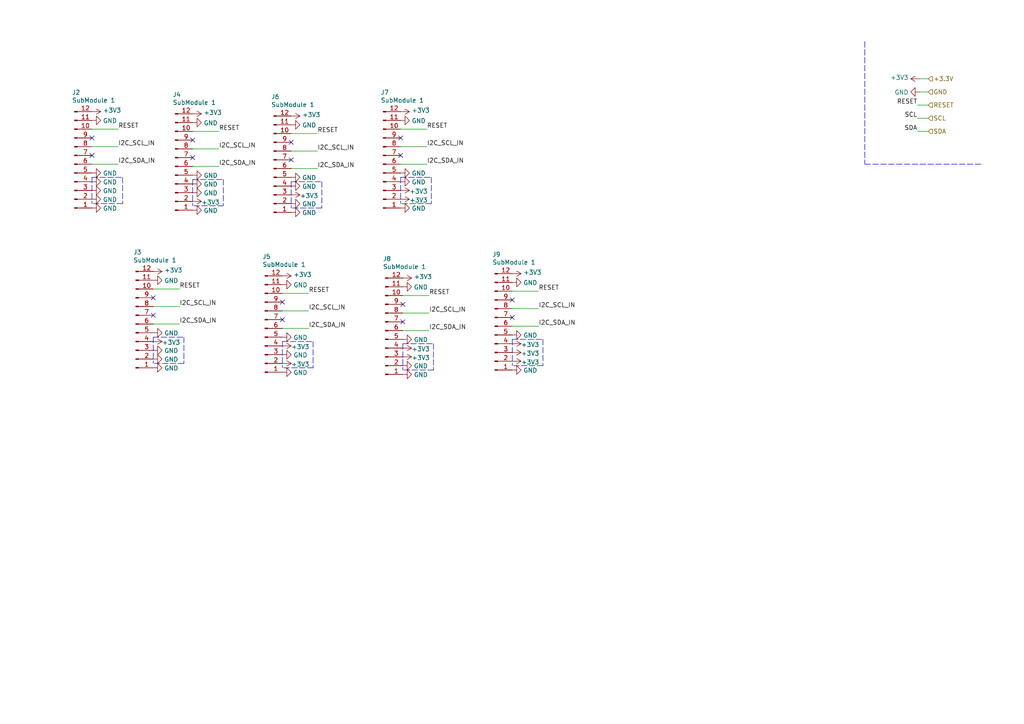
<source format=kicad_sch>
(kicad_sch (version 20210126) (generator eeschema)
  (paper "A4")
  (lib_symbols
    (symbol "Connector:Conn_01x12_Male" (pin_names (offset 1.016) hide)
      (property "Reference" "J" (at 0 15.24 0))
      (property "Value" "Conn_01x12_Male" (at 0 -17.78 0))
      (symbol "Conn_01x12_Male_1_1"
        (rectangle (start 0.8636 -15.113) (end 0 -15.367) (stroke (width 0.1524)) (fill (type outline)))
        (rectangle (start 0.8636 -12.573) (end 0 -12.827) (stroke (width 0.1524)) (fill (type outline)))
        (rectangle (start 0.8636 -10.033) (end 0 -10.287) (stroke (width 0.1524)) (fill (type outline)))
        (rectangle (start 0.8636 -7.493) (end 0 -7.747) (stroke (width 0.1524)) (fill (type outline)))
        (rectangle (start 0.8636 -4.953) (end 0 -5.207) (stroke (width 0.1524)) (fill (type outline)))
        (rectangle (start 0.8636 -2.413) (end 0 -2.667) (stroke (width 0.1524)) (fill (type outline)))
        (rectangle (start 0.8636 0.127) (end 0 -0.127) (stroke (width 0.1524)) (fill (type outline)))
        (rectangle (start 0.8636 2.667) (end 0 2.413) (stroke (width 0.1524)) (fill (type outline)))
        (rectangle (start 0.8636 5.207) (end 0 4.953) (stroke (width 0.1524)) (fill (type outline)))
        (rectangle (start 0.8636 7.747) (end 0 7.493) (stroke (width 0.1524)) (fill (type outline)))
        (rectangle (start 0.8636 10.287) (end 0 10.033) (stroke (width 0.1524)) (fill (type outline)))
        (rectangle (start 0.8636 12.827) (end 0 12.573) (stroke (width 0.1524)) (fill (type outline)))
        (polyline (pts (xy 1.27 -15.24) (xy 0.8636 -15.24)) (stroke (width 0.1524)))
        (polyline (pts (xy 1.27 -12.7) (xy 0.8636 -12.7)) (stroke (width 0.1524)))
        (polyline (pts (xy 1.27 -10.16) (xy 0.8636 -10.16)) (stroke (width 0.1524)))
        (polyline (pts (xy 1.27 -7.62) (xy 0.8636 -7.62)) (stroke (width 0.1524)))
        (polyline (pts (xy 1.27 -5.08) (xy 0.8636 -5.08)) (stroke (width 0.1524)))
        (polyline (pts (xy 1.27 -2.54) (xy 0.8636 -2.54)) (stroke (width 0.1524)))
        (polyline (pts (xy 1.27 0) (xy 0.8636 0)) (stroke (width 0.1524)))
        (polyline (pts (xy 1.27 2.54) (xy 0.8636 2.54)) (stroke (width 0.1524)))
        (polyline (pts (xy 1.27 5.08) (xy 0.8636 5.08)) (stroke (width 0.1524)))
        (polyline (pts (xy 1.27 7.62) (xy 0.8636 7.62)) (stroke (width 0.1524)))
        (polyline (pts (xy 1.27 10.16) (xy 0.8636 10.16)) (stroke (width 0.1524)))
        (polyline (pts (xy 1.27 12.7) (xy 0.8636 12.7)) (stroke (width 0.1524)))
        (pin passive line (at 5.08 12.7 180) (length 3.81) (name "Pin_1") (number "1"))
        (pin passive line (at 5.08 -10.16 180) (length 3.81) (name "Pin_10") (number "10"))
        (pin passive line (at 5.08 -12.7 180) (length 3.81) (name "Pin_11") (number "11"))
        (pin passive line (at 5.08 -15.24 180) (length 3.81) (name "Pin_12") (number "12"))
        (pin passive line (at 5.08 10.16 180) (length 3.81) (name "Pin_2") (number "2"))
        (pin passive line (at 5.08 7.62 180) (length 3.81) (name "Pin_3") (number "3"))
        (pin passive line (at 5.08 5.08 180) (length 3.81) (name "Pin_4") (number "4"))
        (pin passive line (at 5.08 2.54 180) (length 3.81) (name "Pin_5") (number "5"))
        (pin passive line (at 5.08 0 180) (length 3.81) (name "Pin_6") (number "6"))
        (pin passive line (at 5.08 -2.54 180) (length 3.81) (name "Pin_7") (number "7"))
        (pin passive line (at 5.08 -5.08 180) (length 3.81) (name "Pin_8") (number "8"))
        (pin passive line (at 5.08 -7.62 180) (length 3.81) (name "Pin_9") (number "9"))
      )
    )
    (symbol "power:+3.3V" (power) (pin_names (offset 0))
      (property "Value" "+3.3V" (at 0 3.556 0))
      (symbol "+3.3V_0_1"
        (polyline (pts (xy -0.762 1.27) (xy 0 2.54)))
        (polyline (pts (xy 0 0) (xy 0 2.54)))
        (polyline (pts (xy 0 2.54) (xy 0.762 1.27)))
      )
      (symbol "+3.3V_1_1"
        (pin power_in line (at 0 0 90) (length 0) hide (name "+3V3") (number "1"))
      )
    )
    (symbol "power:GND" (power) (pin_names (offset 0))
      (property "Value" "GND" (at 0 -3.81 0))
      (symbol "GND_0_1"
        (polyline (pts (xy 0 0) (xy 0 -1.27) (xy 1.27 -1.27) (xy 0 -2.54) (xy -1.27 -1.27) (xy 0 -1.27)))
      )
      (symbol "GND_1_1"
        (pin power_in line (at 0 0 270) (length 0) hide (name "GND") (number "1"))
      )
    )
  )
  (no_connect (at 26.67 40.005))
  (no_connect (at 26.67 45.085))
  (no_connect (at 44.45 86.36))
  (no_connect (at 44.45 91.44))
  (no_connect (at 55.88 40.64))
  (no_connect (at 55.88 45.72))
  (no_connect (at 81.915 87.63))
  (no_connect (at 81.915 92.71))
  (no_connect (at 84.455 41.275))
  (no_connect (at 84.455 46.355))
  (no_connect (at 116.205 40.005))
  (no_connect (at 116.205 45.085))
  (no_connect (at 116.84 88.265))
  (no_connect (at 116.84 93.345))
  (no_connect (at 148.59 86.995))
  (no_connect (at 148.59 92.075))
  (wire (pts (xy 34.29 37.465) (xy 26.67 37.465)))
  (wire (pts (xy 34.29 42.545) (xy 26.67 42.545)))
  (wire (pts (xy 34.29 47.625) (xy 26.67 47.625)))
  (wire (pts (xy 52.07 83.82) (xy 44.45 83.82)))
  (wire (pts (xy 52.07 88.9) (xy 44.45 88.9)))
  (wire (pts (xy 52.07 93.98) (xy 44.45 93.98)))
  (wire (pts (xy 63.5 38.1) (xy 55.88 38.1)))
  (wire (pts (xy 63.5 43.18) (xy 55.88 43.18)))
  (wire (pts (xy 63.5 48.26) (xy 55.88 48.26)))
  (wire (pts (xy 89.535 85.09) (xy 81.915 85.09)))
  (wire (pts (xy 89.535 90.17) (xy 81.915 90.17)))
  (wire (pts (xy 89.535 95.25) (xy 81.915 95.25)))
  (wire (pts (xy 92.075 38.735) (xy 84.455 38.735)))
  (wire (pts (xy 92.075 43.815) (xy 84.455 43.815)))
  (wire (pts (xy 92.075 48.895) (xy 84.455 48.895)))
  (wire (pts (xy 123.825 37.465) (xy 116.205 37.465)))
  (wire (pts (xy 123.825 42.545) (xy 116.205 42.545)))
  (wire (pts (xy 123.825 47.625) (xy 116.205 47.625)))
  (wire (pts (xy 124.46 85.725) (xy 116.84 85.725)))
  (wire (pts (xy 124.46 90.805) (xy 116.84 90.805)))
  (wire (pts (xy 124.46 95.885) (xy 116.84 95.885)))
  (wire (pts (xy 156.21 84.455) (xy 148.59 84.455)))
  (wire (pts (xy 156.21 89.535) (xy 148.59 89.535)))
  (wire (pts (xy 156.21 94.615) (xy 148.59 94.615)))
  (wire (pts (xy 269.24 22.86) (xy 266.7 22.86)))
  (wire (pts (xy 269.24 26.67) (xy 266.7 26.67)))
  (wire (pts (xy 269.24 30.48) (xy 266.065 30.48)))
  (wire (pts (xy 269.24 34.29) (xy 266.065 34.29)))
  (wire (pts (xy 269.24 38.1) (xy 266.065 38.1)))
  (polyline (pts (xy 26.67 51.435) (xy 26.67 59.055)) (stroke (width 0) (type dash)))
  (polyline (pts (xy 26.67 51.435) (xy 35.56 51.435)) (stroke (width 0) (type dash)))
  (polyline (pts (xy 35.56 51.435) (xy 35.56 59.055)) (stroke (width 0) (type dash)))
  (polyline (pts (xy 35.56 59.055) (xy 26.67 59.055)) (stroke (width 0) (type dash)))
  (polyline (pts (xy 44.45 97.79) (xy 44.45 105.41)) (stroke (width 0) (type dash)))
  (polyline (pts (xy 44.45 97.79) (xy 53.34 97.79)) (stroke (width 0) (type dash)))
  (polyline (pts (xy 53.34 97.79) (xy 53.34 105.41)) (stroke (width 0) (type dash)))
  (polyline (pts (xy 53.34 105.41) (xy 44.45 105.41)) (stroke (width 0) (type dash)))
  (polyline (pts (xy 55.88 52.07) (xy 55.88 59.69)) (stroke (width 0) (type dash)))
  (polyline (pts (xy 55.88 52.07) (xy 64.77 52.07)) (stroke (width 0) (type dash)))
  (polyline (pts (xy 64.77 52.07) (xy 64.77 59.69)) (stroke (width 0) (type dash)))
  (polyline (pts (xy 64.77 59.69) (xy 55.88 59.69)) (stroke (width 0) (type dash)))
  (polyline (pts (xy 81.915 99.06) (xy 81.915 106.68)) (stroke (width 0) (type dash)))
  (polyline (pts (xy 81.915 99.06) (xy 90.805 99.06)) (stroke (width 0) (type dash)))
  (polyline (pts (xy 84.455 52.705) (xy 84.455 60.325)) (stroke (width 0) (type dash)))
  (polyline (pts (xy 84.455 52.705) (xy 93.345 52.705)) (stroke (width 0) (type dash)))
  (polyline (pts (xy 90.805 99.06) (xy 90.805 106.68)) (stroke (width 0) (type dash)))
  (polyline (pts (xy 90.805 106.68) (xy 81.915 106.68)) (stroke (width 0) (type dash)))
  (polyline (pts (xy 93.345 52.705) (xy 93.345 60.325)) (stroke (width 0) (type dash)))
  (polyline (pts (xy 93.345 60.325) (xy 84.455 60.325)) (stroke (width 0) (type dash)))
  (polyline (pts (xy 116.205 51.435) (xy 116.205 59.055)) (stroke (width 0) (type dash)))
  (polyline (pts (xy 116.205 51.435) (xy 125.095 51.435)) (stroke (width 0) (type dash)))
  (polyline (pts (xy 116.84 99.695) (xy 116.84 107.315)) (stroke (width 0) (type dash)))
  (polyline (pts (xy 116.84 99.695) (xy 125.73 99.695)) (stroke (width 0) (type dash)))
  (polyline (pts (xy 125.095 51.435) (xy 125.095 59.055)) (stroke (width 0) (type dash)))
  (polyline (pts (xy 125.095 59.055) (xy 116.205 59.055)) (stroke (width 0) (type dash)))
  (polyline (pts (xy 125.73 99.695) (xy 125.73 107.315)) (stroke (width 0) (type dash)))
  (polyline (pts (xy 125.73 107.315) (xy 116.84 107.315)) (stroke (width 0) (type dash)))
  (polyline (pts (xy 148.59 98.425) (xy 148.59 106.045)) (stroke (width 0) (type dash)))
  (polyline (pts (xy 148.59 98.425) (xy 157.48 98.425)) (stroke (width 0) (type dash)))
  (polyline (pts (xy 157.48 98.425) (xy 157.48 106.045)) (stroke (width 0) (type dash)))
  (polyline (pts (xy 157.48 106.045) (xy 148.59 106.045)) (stroke (width 0) (type dash)))
  (polyline (pts (xy 250.825 12.065) (xy 250.825 47.625)) (stroke (width 0) (type dash)))
  (polyline (pts (xy 250.825 47.625) (xy 285.115 47.625)) (stroke (width 0) (type dash)))
  (label "RESET" (at 34.29 37.465 0))
  (label "I2C_SCL_IN" (at 34.29 42.545 0))
  (label "I2C_SDA_IN" (at 34.29 47.625 0))
  (label "RESET" (at 52.07 83.82 0))
  (label "I2C_SCL_IN" (at 52.07 88.9 0))
  (label "I2C_SDA_IN" (at 52.07 93.98 0))
  (label "RESET" (at 63.5 38.1 0))
  (label "I2C_SCL_IN" (at 63.5 43.18 0))
  (label "I2C_SDA_IN" (at 63.5 48.26 0))
  (label "RESET" (at 89.535 85.09 0))
  (label "I2C_SCL_IN" (at 89.535 90.17 0))
  (label "I2C_SDA_IN" (at 89.535 95.25 0))
  (label "RESET" (at 92.075 38.735 0))
  (label "I2C_SCL_IN" (at 92.075 43.815 0))
  (label "I2C_SDA_IN" (at 92.075 48.895 0))
  (label "RESET" (at 123.825 37.465 0))
  (label "I2C_SCL_IN" (at 123.825 42.545 0))
  (label "I2C_SDA_IN" (at 123.825 47.625 0))
  (label "RESET" (at 124.46 85.725 0))
  (label "I2C_SCL_IN" (at 124.46 90.805 0))
  (label "I2C_SDA_IN" (at 124.46 95.885 0))
  (label "RESET" (at 156.21 84.455 0))
  (label "I2C_SCL_IN" (at 156.21 89.535 0))
  (label "I2C_SDA_IN" (at 156.21 94.615 0))
  (label "RESET" (at 266.065 30.48 180))
  (label "SCL" (at 266.065 34.29 180))
  (label "SDA" (at 266.065 38.1 180))
  (hierarchical_label "+3.3V" (shape input) (at 269.24 22.86 0))
  (hierarchical_label "GND" (shape input) (at 269.24 26.67 0))
  (hierarchical_label "RESET" (shape input) (at 269.24 30.48 0))
  (hierarchical_label "SCL" (shape input) (at 269.24 34.29 0))
  (hierarchical_label "SDA" (shape input) (at 269.24 38.1 0))
  (symbol (lib_id "power:+3.3V") (at 26.67 32.385 270) (mirror x) (unit 1)
    (property "Reference" "#PWR0183" (effects hide))
    (property "Value" "+3.3V" (at 29.8451 32.0167 90) (effects (justify left)))
  )
  (symbol (lib_id "power:+3.3V") (at 44.45 78.74 270) (mirror x) (unit 1)
    (property "Reference" "#PWR0166" (effects hide))
    (property "Value" "+3.3V" (at 47.6251 78.3717 90) (effects (justify left)))
  )
  (symbol (lib_id "power:+3.3V") (at 44.45 99.06 270) (mirror x) (unit 1)
    (property "Reference" "#PWR0160" (effects hide))
    (property "Value" "+3.3V" (at 46.9901 99.3267 90) (effects (justify left)))
  )
  (symbol (lib_id "power:+3.3V") (at 55.88 33.02 270) (mirror x) (unit 1)
    (property "Reference" "#PWR0189" (effects hide))
    (property "Value" "+3.3V" (at 59.0551 32.6517 90) (effects (justify left)))
  )
  (symbol (lib_id "power:+3.3V") (at 55.88 58.42 270) (mirror x) (unit 1)
    (property "Reference" "#PWR0191" (effects hide))
    (property "Value" "+3.3V" (at 58.4201 58.6867 90) (effects (justify left)))
  )
  (symbol (lib_id "power:+3.3V") (at 81.915 80.01 270) (mirror x) (unit 1)
    (property "Reference" "#PWR0169" (effects hide))
    (property "Value" "+3.3V" (at 85.0901 79.6417 90) (effects (justify left)))
  )
  (symbol (lib_id "power:+3.3V") (at 81.915 100.33 270) (mirror x) (unit 1)
    (property "Reference" "#PWR0168" (effects hide))
    (property "Value" "+3.3V" (at 84.4551 100.5967 90) (effects (justify left)))
  )
  (symbol (lib_id "power:+3.3V") (at 81.915 105.41 270) (mirror x) (unit 1)
    (property "Reference" "#PWR0163" (effects hide))
    (property "Value" "+3.3V" (at 84.4551 105.6767 90) (effects (justify left)))
  )
  (symbol (lib_id "power:+3.3V") (at 84.455 33.655 270) (mirror x) (unit 1)
    (property "Reference" "#PWR0185" (effects hide))
    (property "Value" "+3.3V" (at 87.6301 33.2867 90) (effects (justify left)))
  )
  (symbol (lib_id "power:+3.3V") (at 84.455 56.515 270) (mirror x) (unit 1)
    (property "Reference" "#PWR0187" (effects hide))
    (property "Value" "+3.3V" (at 86.9951 56.7817 90) (effects (justify left)))
  )
  (symbol (lib_id "power:+3.3V") (at 116.205 32.385 270) (mirror x) (unit 1)
    (property "Reference" "#PWR0142" (effects hide))
    (property "Value" "+3.3V" (at 119.3801 32.0167 90) (effects (justify left)))
  )
  (symbol (lib_id "power:+3.3V") (at 116.205 55.245 270) (mirror x) (unit 1)
    (property "Reference" "#PWR0144" (effects hide))
    (property "Value" "+3.3V" (at 118.7451 55.5117 90) (effects (justify left)))
  )
  (symbol (lib_id "power:+3.3V") (at 116.205 57.785 270) (mirror x) (unit 1)
    (property "Reference" "#PWR0143" (effects hide))
    (property "Value" "+3.3V" (at 118.7451 58.0517 90) (effects (justify left)))
  )
  (symbol (lib_id "power:+3.3V") (at 116.84 80.645 270) (mirror x) (unit 1)
    (property "Reference" "#PWR0148" (effects hide))
    (property "Value" "+3.3V" (at 120.0151 80.2767 90) (effects (justify left)))
  )
  (symbol (lib_id "power:+3.3V") (at 116.84 100.965 270) (mirror x) (unit 1)
    (property "Reference" "#PWR0157" (effects hide))
    (property "Value" "+3.3V" (at 119.3801 101.2317 90) (effects (justify left)))
  )
  (symbol (lib_id "power:+3.3V") (at 116.84 103.505 270) (mirror x) (unit 1)
    (property "Reference" "#PWR0158" (effects hide))
    (property "Value" "+3.3V" (at 119.3801 103.7717 90) (effects (justify left)))
  )
  (symbol (lib_id "power:+3.3V") (at 148.59 79.375 270) (mirror x) (unit 1)
    (property "Reference" "#PWR0150" (effects hide))
    (property "Value" "+3.3V" (at 151.7651 79.0067 90) (effects (justify left)))
  )
  (symbol (lib_id "power:+3.3V") (at 148.59 99.695 270) (mirror x) (unit 1)
    (property "Reference" "#PWR0152" (effects hide))
    (property "Value" "+3.3V" (at 151.1301 99.9617 90) (effects (justify left)))
  )
  (symbol (lib_id "power:+3.3V") (at 148.59 102.235 270) (mirror x) (unit 1)
    (property "Reference" "#PWR0153" (effects hide))
    (property "Value" "+3.3V" (at 151.1301 102.5017 90) (effects (justify left)))
  )
  (symbol (lib_id "power:+3.3V") (at 148.59 104.775 270) (mirror x) (unit 1)
    (property "Reference" "#PWR0155" (effects hide))
    (property "Value" "+3.3V" (at 151.1301 105.0417 90) (effects (justify left)))
  )
  (symbol (lib_id "power:+3.3V") (at 266.7 22.86 90) (unit 1)
    (property "Reference" "#PWR0174" (effects hide))
    (property "Value" "+3.3V" (at 263.5249 22.4917 90) (effects (justify left)))
  )
  (symbol (lib_id "power:GND") (at 26.67 34.925 90) (mirror x) (unit 1)
    (property "Reference" "#PWR0182" (effects hide))
    (property "Value" "GND" (at 29.845 35.0393 90) (effects (justify right)))
  )
  (symbol (lib_id "power:GND") (at 26.67 50.165 90) (mirror x) (unit 1)
    (property "Reference" "#PWR0176" (effects hide))
    (property "Value" "GND" (at 29.845 50.2793 90) (effects (justify right)))
  )
  (symbol (lib_id "power:GND") (at 26.67 52.705 90) (mirror x) (unit 1)
    (property "Reference" "#PWR0177" (effects hide))
    (property "Value" "GND" (at 29.845 52.8193 90) (effects (justify right)))
  )
  (symbol (lib_id "power:GND") (at 26.67 55.245 90) (mirror x) (unit 1)
    (property "Reference" "#PWR0178" (effects hide))
    (property "Value" "GND" (at 29.845 55.3593 90) (effects (justify right)))
  )
  (symbol (lib_id "power:GND") (at 26.67 57.785 90) (mirror x) (unit 1)
    (property "Reference" "#PWR0181" (effects hide))
    (property "Value" "GND" (at 29.845 57.8993 90) (effects (justify right)))
  )
  (symbol (lib_id "power:GND") (at 26.67 60.325 90) (mirror x) (unit 1)
    (property "Reference" "#PWR0180" (effects hide))
    (property "Value" "GND" (at 29.845 60.4393 90) (effects (justify right)))
  )
  (symbol (lib_id "power:GND") (at 44.45 81.28 90) (mirror x) (unit 1)
    (property "Reference" "#PWR0167" (effects hide))
    (property "Value" "GND" (at 47.625 81.3943 90) (effects (justify right)))
  )
  (symbol (lib_id "power:GND") (at 44.45 96.52 90) (mirror x) (unit 1)
    (property "Reference" "#PWR0170" (effects hide))
    (property "Value" "GND" (at 47.625 96.6343 90) (effects (justify right)))
  )
  (symbol (lib_id "power:GND") (at 44.45 101.6 90) (mirror x) (unit 1)
    (property "Reference" "#PWR0159" (effects hide))
    (property "Value" "GND" (at 47.625 101.7143 90) (effects (justify right)))
  )
  (symbol (lib_id "power:GND") (at 44.45 104.14 90) (mirror x) (unit 1)
    (property "Reference" "#PWR0161" (effects hide))
    (property "Value" "GND" (at 47.625 104.2543 90) (effects (justify right)))
  )
  (symbol (lib_id "power:GND") (at 44.45 106.68 90) (mirror x) (unit 1)
    (property "Reference" "#PWR0162" (effects hide))
    (property "Value" "GND" (at 47.625 106.7943 90) (effects (justify right)))
  )
  (symbol (lib_id "power:GND") (at 55.88 35.56 90) (mirror x) (unit 1)
    (property "Reference" "#PWR0190" (effects hide))
    (property "Value" "GND" (at 59.055 35.6743 90) (effects (justify right)))
  )
  (symbol (lib_id "power:GND") (at 55.88 50.8 90) (mirror x) (unit 1)
    (property "Reference" "#PWR0192" (effects hide))
    (property "Value" "GND" (at 59.055 50.9143 90) (effects (justify right)))
  )
  (symbol (lib_id "power:GND") (at 55.88 53.34 90) (mirror x) (unit 1)
    (property "Reference" "#PWR0193" (effects hide))
    (property "Value" "GND" (at 59.055 53.4543 90) (effects (justify right)))
  )
  (symbol (lib_id "power:GND") (at 55.88 55.88 90) (mirror x) (unit 1)
    (property "Reference" "#PWR0194" (effects hide))
    (property "Value" "GND" (at 59.055 55.9943 90) (effects (justify right)))
  )
  (symbol (lib_id "power:GND") (at 55.88 60.96 90) (mirror x) (unit 1)
    (property "Reference" "#PWR0179" (effects hide))
    (property "Value" "GND" (at 59.055 61.0743 90) (effects (justify right)))
  )
  (symbol (lib_id "power:GND") (at 81.915 82.55 90) (mirror x) (unit 1)
    (property "Reference" "#PWR0173" (effects hide))
    (property "Value" "GND" (at 85.09 82.6643 90) (effects (justify right)))
  )
  (symbol (lib_id "power:GND") (at 81.915 97.79 90) (mirror x) (unit 1)
    (property "Reference" "#PWR0172" (effects hide))
    (property "Value" "GND" (at 85.09 97.9043 90) (effects (justify right)))
  )
  (symbol (lib_id "power:GND") (at 81.915 102.87 90) (mirror x) (unit 1)
    (property "Reference" "#PWR0164" (effects hide))
    (property "Value" "GND" (at 85.09 102.9843 90) (effects (justify right)))
  )
  (symbol (lib_id "power:GND") (at 81.915 107.95 90) (mirror x) (unit 1)
    (property "Reference" "#PWR0165" (effects hide))
    (property "Value" "GND" (at 85.09 108.0643 90) (effects (justify right)))
  )
  (symbol (lib_id "power:GND") (at 84.455 36.195 90) (mirror x) (unit 1)
    (property "Reference" "#PWR0184" (effects hide))
    (property "Value" "GND" (at 87.63 36.3093 90) (effects (justify right)))
  )
  (symbol (lib_id "power:GND") (at 84.455 51.435 90) (mirror x) (unit 1)
    (property "Reference" "#PWR0186" (effects hide))
    (property "Value" "GND" (at 87.63 51.5493 90) (effects (justify right)))
  )
  (symbol (lib_id "power:GND") (at 84.455 53.975 90) (mirror x) (unit 1)
    (property "Reference" "#PWR0188" (effects hide))
    (property "Value" "GND" (at 87.63 54.0893 90) (effects (justify right)))
  )
  (symbol (lib_id "power:GND") (at 84.455 59.055 90) (mirror x) (unit 1)
    (property "Reference" "#PWR0137" (effects hide))
    (property "Value" "GND" (at 87.63 59.1693 90) (effects (justify right)))
  )
  (symbol (lib_id "power:GND") (at 84.455 61.595 90) (mirror x) (unit 1)
    (property "Reference" "#PWR0138" (effects hide))
    (property "Value" "GND" (at 87.63 61.7093 90) (effects (justify right)))
  )
  (symbol (lib_id "power:GND") (at 116.205 34.925 90) (mirror x) (unit 1)
    (property "Reference" "#PWR0141" (effects hide))
    (property "Value" "GND" (at 119.38 35.0393 90) (effects (justify right)))
  )
  (symbol (lib_id "power:GND") (at 116.205 50.165 90) (mirror x) (unit 1)
    (property "Reference" "#PWR0145" (effects hide))
    (property "Value" "GND" (at 119.38 50.2793 90) (effects (justify right)))
  )
  (symbol (lib_id "power:GND") (at 116.205 52.705 90) (mirror x) (unit 1)
    (property "Reference" "#PWR0139" (effects hide))
    (property "Value" "GND" (at 119.38 52.8193 90) (effects (justify right)))
  )
  (symbol (lib_id "power:GND") (at 116.205 60.325 90) (mirror x) (unit 1)
    (property "Reference" "#PWR0140" (effects hide))
    (property "Value" "GND" (at 119.38 60.4393 90) (effects (justify right)))
  )
  (symbol (lib_id "power:GND") (at 116.84 83.185 90) (mirror x) (unit 1)
    (property "Reference" "#PWR0149" (effects hide))
    (property "Value" "GND" (at 120.015 83.2993 90) (effects (justify right)))
  )
  (symbol (lib_id "power:GND") (at 116.84 98.425 90) (mirror x) (unit 1)
    (property "Reference" "#PWR0147" (effects hide))
    (property "Value" "GND" (at 120.015 98.5393 90) (effects (justify right)))
  )
  (symbol (lib_id "power:GND") (at 116.84 106.045 90) (mirror x) (unit 1)
    (property "Reference" "#PWR0156" (effects hide))
    (property "Value" "GND" (at 120.015 106.1593 90) (effects (justify right)))
  )
  (symbol (lib_id "power:GND") (at 116.84 108.585 90) (mirror x) (unit 1)
    (property "Reference" "#PWR0171" (effects hide))
    (property "Value" "GND" (at 120.015 108.6993 90) (effects (justify right)))
  )
  (symbol (lib_id "power:GND") (at 148.59 81.915 90) (mirror x) (unit 1)
    (property "Reference" "#PWR0151" (effects hide))
    (property "Value" "GND" (at 151.765 82.0293 90) (effects (justify right)))
  )
  (symbol (lib_id "power:GND") (at 148.59 97.155 90) (mirror x) (unit 1)
    (property "Reference" "#PWR0154" (effects hide))
    (property "Value" "GND" (at 151.765 97.2693 90) (effects (justify right)))
  )
  (symbol (lib_id "power:GND") (at 148.59 107.315 90) (mirror x) (unit 1)
    (property "Reference" "#PWR0146" (effects hide))
    (property "Value" "GND" (at 151.765 107.4293 90) (effects (justify right)))
  )
  (symbol (lib_id "power:GND") (at 266.7 26.67 270) (unit 1)
    (property "Reference" "#PWR0175" (effects hide))
    (property "Value" "GND" (at 263.525 26.7843 90) (effects (justify right)))
  )
  (symbol (lib_id "Connector:Conn_01x12_Male") (at 21.59 47.625 0) (mirror x) (unit 1)
    (property "Reference" "J2" (at 22.073 26.803 0))
    (property "Value" "SubModule 1" (at 27.153 29.102 0))
    (property "Footprint" "Connector_PinHeader_2.54mm:PinHeader_2x06_P2.54mm_Vertical_SMD" (effects hide))
  )
  (symbol (lib_id "Connector:Conn_01x12_Male") (at 39.37 93.98 0) (mirror x) (unit 1)
    (property "Reference" "J3" (at 39.853 73.158 0))
    (property "Value" "SubModule 1" (at 44.933 75.457 0))
    (property "Footprint" "Connector_PinHeader_2.54mm:PinHeader_2x06_P2.54mm_Vertical_SMD" (effects hide))
  )
  (symbol (lib_id "Connector:Conn_01x12_Male") (at 50.8 48.26 0) (mirror x) (unit 1)
    (property "Reference" "J4" (at 51.283 27.438 0))
    (property "Value" "SubModule 1" (at 56.363 29.737 0))
    (property "Footprint" "Connector_PinHeader_2.54mm:PinHeader_2x06_P2.54mm_Vertical_SMD" (effects hide))
  )
  (symbol (lib_id "Connector:Conn_01x12_Male") (at 76.835 95.25 0) (mirror x) (unit 1)
    (property "Reference" "J5" (at 77.318 74.428 0))
    (property "Value" "SubModule 1" (at 82.398 76.727 0))
    (property "Footprint" "Connector_PinHeader_2.54mm:PinHeader_2x06_P2.54mm_Vertical_SMD" (effects hide))
  )
  (symbol (lib_id "Connector:Conn_01x12_Male") (at 79.375 48.895 0) (mirror x) (unit 1)
    (property "Reference" "J6" (at 79.858 28.073 0))
    (property "Value" "SubModule 1" (at 84.938 30.372 0))
    (property "Footprint" "Connector_PinHeader_2.54mm:PinHeader_2x06_P2.54mm_Vertical_SMD" (effects hide))
  )
  (symbol (lib_id "Connector:Conn_01x12_Male") (at 111.125 47.625 0) (mirror x) (unit 1)
    (property "Reference" "J7" (at 111.608 26.803 0))
    (property "Value" "SubModule 1" (at 116.688 29.102 0))
    (property "Footprint" "Connector_PinHeader_2.54mm:PinHeader_2x06_P2.54mm_Vertical_SMD" (effects hide))
  )
  (symbol (lib_id "Connector:Conn_01x12_Male") (at 111.76 95.885 0) (mirror x) (unit 1)
    (property "Reference" "J8" (at 112.243 75.063 0))
    (property "Value" "SubModule 1" (at 117.323 77.362 0))
    (property "Footprint" "Connector_PinHeader_2.54mm:PinHeader_2x06_P2.54mm_Vertical_SMD" (effects hide))
  )
  (symbol (lib_id "Connector:Conn_01x12_Male") (at 143.51 94.615 0) (mirror x) (unit 1)
    (property "Reference" "J9" (at 143.993 73.793 0))
    (property "Value" "SubModule 1" (at 149.073 76.092 0))
    (property "Footprint" "Connector_PinHeader_2.54mm:PinHeader_2x06_P2.54mm_Vertical_SMD" (effects hide))
  )
)
</source>
